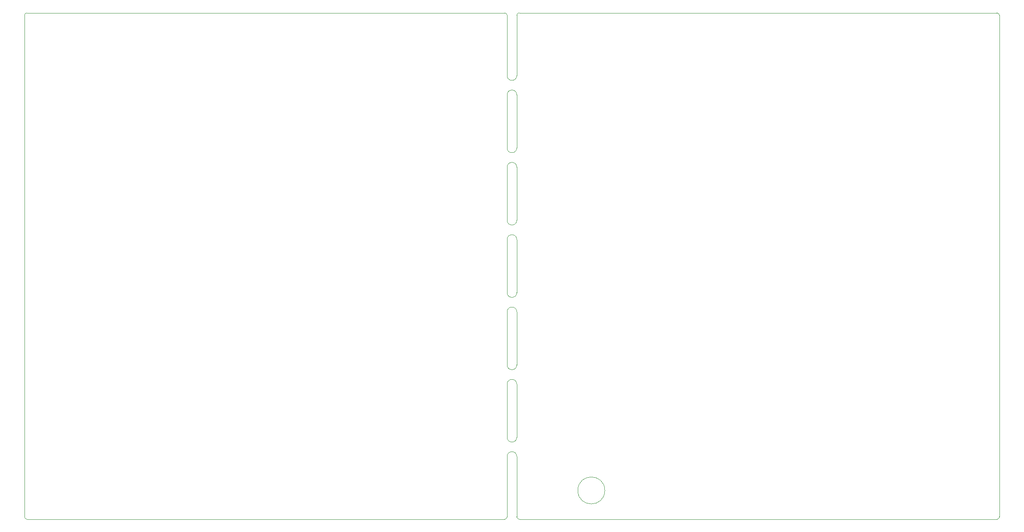
<source format=gm1>
%TF.GenerationSoftware,KiCad,Pcbnew,(6.0.0-0)*%
%TF.CreationDate,2022-05-14T19:45:40+01:00*%
%TF.ProjectId,magnum-drum-synth,6d61676e-756d-42d6-9472-756d2d73796e,r01*%
%TF.SameCoordinates,Original*%
%TF.FileFunction,Profile,NP*%
%FSLAX46Y46*%
G04 Gerber Fmt 4.6, Leading zero omitted, Abs format (unit mm)*
G04 Created by KiCad (PCBNEW (6.0.0-0)) date 2022-05-14 19:45:40*
%MOMM*%
%LPD*%
G01*
G04 APERTURE LIST*
%TA.AperFunction,Profile*%
%ADD10C,0.050000*%
%TD*%
G04 APERTURE END LIST*
D10*
X132000000Y-92000000D02*
X132000000Y-103000000D01*
X130000000Y-62000000D02*
X130000000Y-73000000D01*
X130000000Y-43000000D02*
G75*
G03*
X132000000Y-43000000I1000000J0D01*
G01*
X232000000Y-134500000D02*
X232000000Y-30500000D01*
X130000000Y-118000000D02*
G75*
G03*
X132000000Y-118000000I1000000J0D01*
G01*
X132000000Y-62000000D02*
X132000000Y-73000000D01*
X132000000Y-47000000D02*
G75*
G03*
X130000000Y-47000000I-1000000J0D01*
G01*
X130000000Y-122000000D02*
X130000000Y-134500000D01*
X132000000Y-77000000D02*
X132000000Y-88000000D01*
X132000000Y-107000000D02*
X132000000Y-118000000D01*
X150241000Y-129032000D02*
G75*
G03*
X150241000Y-129032000I-2794000J0D01*
G01*
X130000000Y-88000000D02*
G75*
G03*
X132000000Y-88000000I1000000J0D01*
G01*
X132500000Y-135000000D02*
X231500000Y-135000000D01*
X30000000Y-134500000D02*
G75*
G03*
X30500000Y-135000000I500001J1D01*
G01*
X132000000Y-134500000D02*
G75*
G03*
X132500000Y-135000000I500001J1D01*
G01*
X132000000Y-77000000D02*
G75*
G03*
X130000000Y-77000000I-1000000J0D01*
G01*
X132500000Y-30000000D02*
G75*
G03*
X132000000Y-30500000I1J-500001D01*
G01*
X130000000Y-92000000D02*
X130000000Y-103000000D01*
X30000000Y-30500000D02*
X30000000Y-134500000D01*
X30500000Y-135000000D02*
X129500000Y-135000000D01*
X132000000Y-122000000D02*
X132000000Y-134500000D01*
X231500000Y-30000000D02*
X132500000Y-30000000D01*
X130000000Y-73000000D02*
G75*
G03*
X132000000Y-73000000I1000000J0D01*
G01*
X130000000Y-103000000D02*
G75*
G03*
X132000000Y-103000000I1000000J0D01*
G01*
X132000000Y-30500000D02*
X132000000Y-43000000D01*
X130000000Y-43000000D02*
X130000000Y-30500000D01*
X232000000Y-30500000D02*
G75*
G03*
X231500000Y-30000000I-500001J-1D01*
G01*
X132000000Y-47000000D02*
X132000000Y-58000000D01*
X130000000Y-47000000D02*
X130000000Y-58000000D01*
X130000000Y-107000000D02*
X130000000Y-118000000D01*
X130000000Y-77000000D02*
X130000000Y-88000000D01*
X130000000Y-58000000D02*
G75*
G03*
X132000000Y-58000000I1000000J0D01*
G01*
X129500000Y-135000000D02*
G75*
G03*
X130000000Y-134500000I-1J500001D01*
G01*
X231500000Y-135000000D02*
G75*
G03*
X232000000Y-134500000I-1J500001D01*
G01*
X132000000Y-122000000D02*
G75*
G03*
X130000000Y-122000000I-1000000J0D01*
G01*
X30500000Y-30000000D02*
G75*
G03*
X30000000Y-30500000I1J-500001D01*
G01*
X132000000Y-62000000D02*
G75*
G03*
X130000000Y-62000000I-1000000J0D01*
G01*
X129500000Y-30000000D02*
X30500000Y-30000000D01*
X130000000Y-30500000D02*
G75*
G03*
X129500000Y-30000000I-500001J-1D01*
G01*
X132000000Y-92000000D02*
G75*
G03*
X130000000Y-92000000I-1000000J0D01*
G01*
X132000000Y-107000000D02*
G75*
G03*
X130000000Y-107000000I-1000000J0D01*
G01*
M02*

</source>
